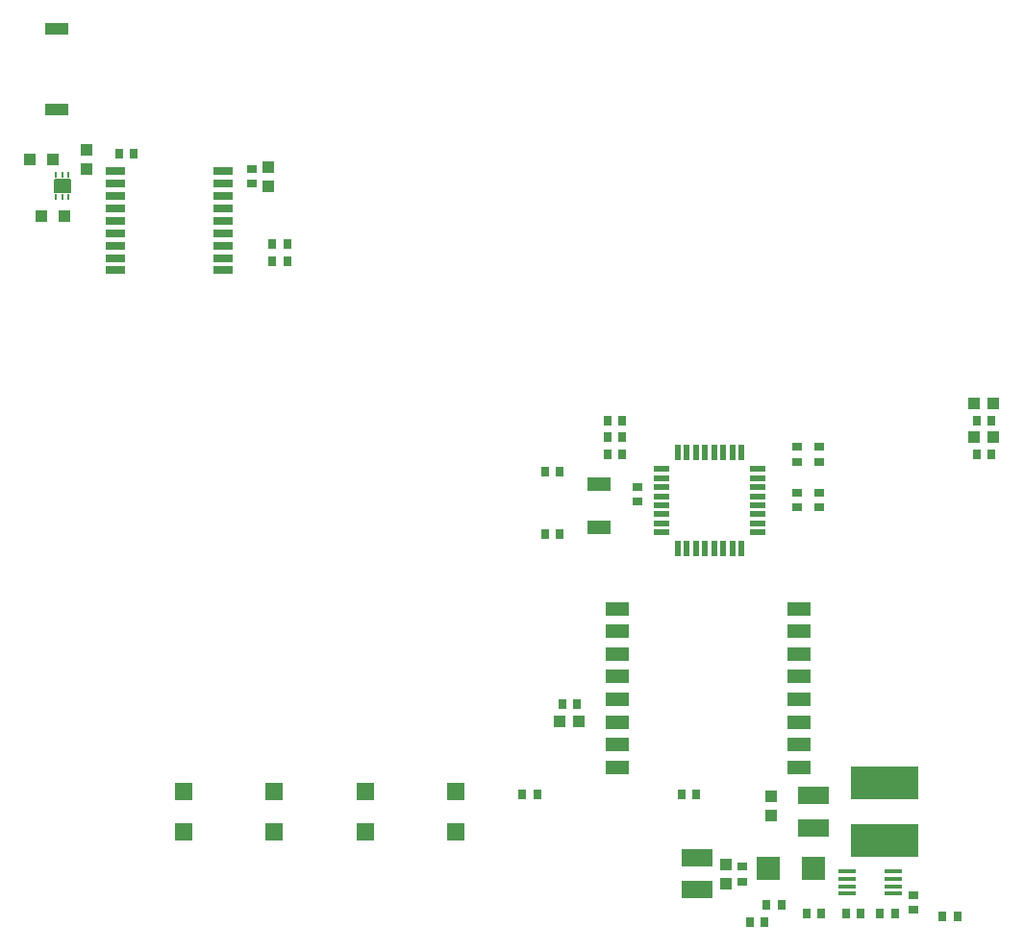
<source format=gtp>
G75*
%MOIN*%
%OFA0B0*%
%FSLAX24Y24*%
%IPPOS*%
%LPD*%
%AMOC8*
5,1,8,0,0,1.08239X$1,22.5*
%
%ADD10R,0.0580X0.0200*%
%ADD11R,0.0200X0.0580*%
%ADD12R,0.0787X0.0394*%
%ADD13R,0.0787X0.0512*%
%ADD14R,0.0709X0.0315*%
%ADD15R,0.0709X0.0276*%
%ADD16R,0.0591X0.0591*%
%ADD17R,0.0354X0.0276*%
%ADD18R,0.0276X0.0354*%
%ADD19R,0.0394X0.0394*%
%ADD20R,0.0394X0.0433*%
%ADD21R,0.0433X0.0394*%
%ADD22R,0.1063X0.0630*%
%ADD23R,0.0600X0.0180*%
%ADD24R,0.0787X0.0787*%
%ADD25R,0.0110X0.0197*%
%ADD26C,0.0050*%
%ADD27R,0.2362X0.1181*%
D10*
X023837Y014269D03*
X023837Y014579D03*
X023837Y014899D03*
X023837Y015209D03*
X023837Y015529D03*
X023837Y015839D03*
X023837Y016159D03*
X023837Y016469D03*
X027177Y016469D03*
X027177Y016159D03*
X027177Y015839D03*
X027177Y015529D03*
X027177Y015209D03*
X027177Y014899D03*
X027177Y014579D03*
X027177Y014269D03*
D11*
X026607Y013699D03*
X026297Y013699D03*
X025977Y013699D03*
X025667Y013699D03*
X025347Y013699D03*
X025037Y013699D03*
X024717Y013699D03*
X024407Y013699D03*
X024407Y017039D03*
X024717Y017039D03*
X025037Y017039D03*
X025347Y017039D03*
X025667Y017039D03*
X025977Y017039D03*
X026297Y017039D03*
X026607Y017039D03*
D12*
X002873Y028961D03*
X002873Y031757D03*
D13*
X021676Y015959D03*
X021676Y014463D03*
X022298Y011629D03*
X022298Y010841D03*
X022298Y010054D03*
X022298Y009267D03*
X022298Y008479D03*
X022298Y007692D03*
X022298Y006904D03*
X022298Y006117D03*
X028597Y006117D03*
X028597Y006904D03*
X028597Y007692D03*
X028597Y008479D03*
X028597Y009267D03*
X028597Y010054D03*
X028597Y010841D03*
X028597Y011629D03*
D14*
X008652Y023786D03*
X008652Y024219D03*
X008652Y024652D03*
X008652Y025085D03*
X008652Y025519D03*
X008652Y025952D03*
X008652Y026385D03*
X004912Y026385D03*
X004912Y025952D03*
X004912Y025519D03*
X004912Y025085D03*
X004912Y024652D03*
X004912Y024219D03*
X004912Y023786D03*
D15*
X004912Y023373D03*
X008652Y023373D03*
X008652Y026798D03*
X004912Y026798D03*
D16*
X007267Y003893D03*
X007267Y005270D03*
X010416Y005270D03*
X010416Y003893D03*
X013566Y003893D03*
X013566Y005270D03*
X016715Y005270D03*
X016715Y003893D03*
D17*
X026656Y002672D03*
X026656Y002160D03*
X032562Y001688D03*
X032562Y001176D03*
X029314Y015152D03*
X029314Y015664D03*
X028526Y015664D03*
X028526Y015152D03*
X028526Y016727D03*
X028526Y017239D03*
X029314Y017239D03*
X029314Y016727D03*
X023015Y015861D03*
X023015Y015349D03*
X009629Y026373D03*
X009629Y026885D03*
D18*
X010357Y024267D03*
X010869Y024267D03*
X010869Y023676D03*
X010357Y023676D03*
X005554Y027416D03*
X005042Y027416D03*
X019806Y016393D03*
X020318Y016393D03*
X021971Y016983D03*
X022483Y016983D03*
X022483Y017574D03*
X021971Y017574D03*
X021971Y018164D03*
X022483Y018164D03*
X020318Y014227D03*
X019806Y014227D03*
X020397Y008322D03*
X020908Y008322D03*
X019530Y005172D03*
X019019Y005172D03*
X024530Y005172D03*
X025042Y005172D03*
X027483Y001333D03*
X027995Y001333D03*
X027404Y000743D03*
X026893Y000743D03*
X028861Y001038D03*
X029373Y001038D03*
X030239Y001038D03*
X030751Y001038D03*
X031420Y001038D03*
X031932Y001038D03*
X033586Y000940D03*
X034097Y000940D03*
X034767Y016983D03*
X035278Y016983D03*
X035278Y018164D03*
X034767Y018164D03*
D19*
X003133Y025251D03*
X002345Y025251D03*
X001952Y027219D03*
X002739Y027219D03*
D20*
X003920Y026885D03*
X003920Y027554D03*
X010219Y026963D03*
X010219Y026294D03*
X027641Y005113D03*
X027641Y004444D03*
X026066Y002751D03*
X026066Y002081D03*
D21*
X020987Y007731D03*
X020318Y007731D03*
X034688Y017574D03*
X035357Y017574D03*
X035357Y018755D03*
X034688Y018755D03*
D22*
X029117Y005133D03*
X029117Y004030D03*
X025082Y002967D03*
X025082Y001865D03*
D23*
X030286Y001741D03*
X030286Y001991D03*
X030286Y002251D03*
X030286Y002501D03*
X031886Y002501D03*
X031886Y002251D03*
X031886Y001991D03*
X031886Y001741D03*
D24*
X029117Y002613D03*
X027542Y002613D03*
D25*
X003290Y025900D03*
X003074Y025900D03*
X002857Y025900D03*
X002857Y026688D03*
X003074Y026688D03*
X003290Y026688D03*
D26*
X002810Y026521D02*
X002810Y026067D01*
X002810Y026521D02*
X003338Y026521D01*
X003338Y026067D01*
X002810Y026067D01*
X002810Y026116D02*
X003338Y026116D01*
X003338Y026165D02*
X002810Y026165D01*
X002810Y026214D02*
X003338Y026214D01*
X003338Y026263D02*
X002810Y026263D01*
X002810Y026312D02*
X003338Y026312D01*
X003338Y026361D02*
X002810Y026361D01*
X002810Y026410D02*
X003338Y026410D01*
X003338Y026459D02*
X002810Y026459D01*
X002810Y026508D02*
X003338Y026508D01*
D27*
X031578Y005581D03*
X031578Y003581D03*
M02*

</source>
